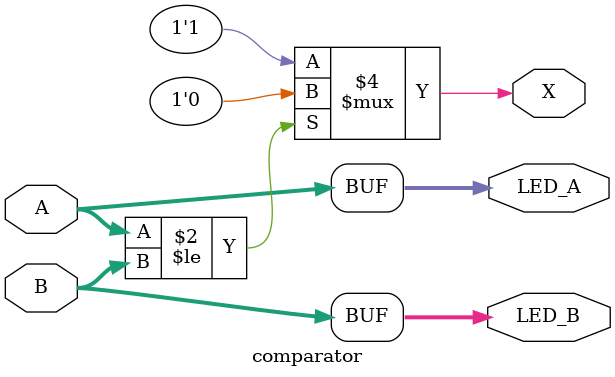
<source format=v>
`timescale 1ns / 1ps


module comparator(A, B, X, LED_A, LED_B);
output X;
output [3:0] LED_A, LED_B;
input [3:0] A, B;
reg X;
reg [3:0] LED_A, LED_B;

always @*
begin
    LED_A = A;
    LED_B = B;
    
    if (A <= B)
        X = 0;
    else
        X = 1; 
end

endmodule

</source>
